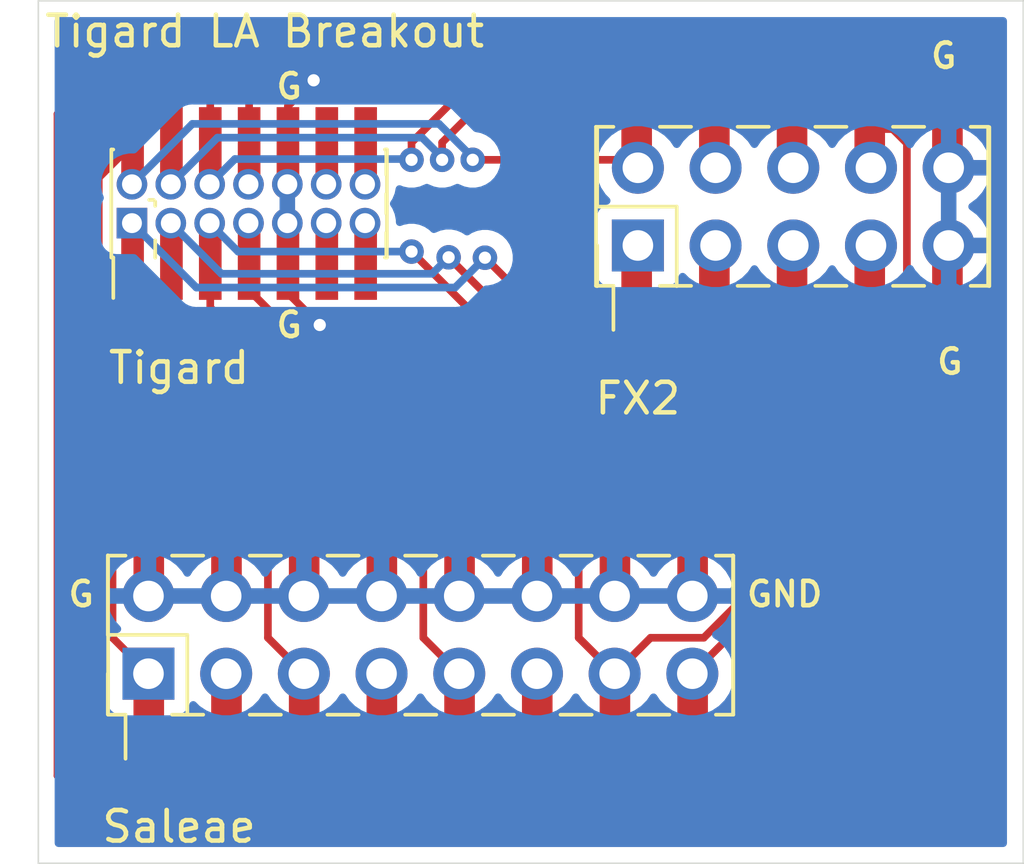
<source format=kicad_pcb>
(kicad_pcb (version 20171130) (host pcbnew 5.1.8+dfsg1-1+b1)

  (general
    (thickness 1.6)
    (drawings 11)
    (tracks 154)
    (zones 0)
    (modules 3)
    (nets 14)
  )

  (page A4)
  (layers
    (0 F.Cu signal)
    (31 B.Cu signal)
    (32 B.Adhes user)
    (33 F.Adhes user)
    (34 B.Paste user)
    (35 F.Paste user)
    (36 B.SilkS user)
    (37 F.SilkS user)
    (38 B.Mask user)
    (39 F.Mask user)
    (40 Dwgs.User user)
    (41 Cmts.User user)
    (42 Eco1.User user)
    (43 Eco2.User user)
    (44 Edge.Cuts user)
    (45 Margin user)
    (46 B.CrtYd user)
    (47 F.CrtYd user)
    (48 B.Fab user)
    (49 F.Fab user)
  )

  (setup
    (last_trace_width 0.25)
    (trace_clearance 0.2)
    (zone_clearance 0.508)
    (zone_45_only no)
    (trace_min 0.2)
    (via_size 0.8)
    (via_drill 0.4)
    (via_min_size 0.4)
    (via_min_drill 0.3)
    (uvia_size 0.3)
    (uvia_drill 0.1)
    (uvias_allowed no)
    (uvia_min_size 0.2)
    (uvia_min_drill 0.1)
    (edge_width 0.05)
    (segment_width 0.2)
    (pcb_text_width 0.3)
    (pcb_text_size 1.5 1.5)
    (mod_edge_width 0.12)
    (mod_text_size 1 1)
    (mod_text_width 0.15)
    (pad_size 1.524 1.524)
    (pad_drill 0.762)
    (pad_to_mask_clearance 0)
    (aux_axis_origin 0 0)
    (visible_elements FFFFFF7F)
    (pcbplotparams
      (layerselection 0x010fc_ffffffff)
      (usegerberextensions false)
      (usegerberattributes true)
      (usegerberadvancedattributes true)
      (creategerberjobfile true)
      (excludeedgelayer true)
      (linewidth 0.100000)
      (plotframeref false)
      (viasonmask false)
      (mode 1)
      (useauxorigin false)
      (hpglpennumber 1)
      (hpglpenspeed 20)
      (hpglpendiameter 15.000000)
      (psnegative false)
      (psa4output false)
      (plotreference true)
      (plotvalue true)
      (plotinvisibletext false)
      (padsonsilk false)
      (subtractmaskfromsilk false)
      (outputformat 1)
      (mirror false)
      (drillshape 0)
      (scaleselection 1)
      (outputdirectory "output/"))
  )

  (net 0 "")
  (net 1 /CH0)
  (net 2 /CH7)
  (net 3 /CH2)
  (net 4 /CH1)
  (net 5 "Net-(J1-Pad13)")
  (net 6 "Net-(J1-Pad14)")
  (net 7 "Net-(J1-Pad11)")
  (net 8 "Net-(J1-Pad12)")
  (net 9 /CH3)
  (net 10 /CH6)
  (net 11 GND)
  (net 12 /CH4)
  (net 13 /CH5)

  (net_class Default "This is the default net class."
    (clearance 0.2)
    (trace_width 0.25)
    (via_dia 0.8)
    (via_drill 0.4)
    (uvia_dia 0.3)
    (uvia_drill 0.1)
    (add_net /CH0)
    (add_net /CH1)
    (add_net /CH2)
    (add_net /CH3)
    (add_net /CH4)
    (add_net /CH5)
    (add_net /CH6)
    (add_net /CH7)
    (add_net GND)
    (add_net "Net-(J1-Pad11)")
    (add_net "Net-(J1-Pad12)")
    (add_net "Net-(J1-Pad13)")
    (add_net "Net-(J1-Pad14)")
  )

  (module Matir:PinHeader_2x08_P2.54mm_Both (layer F.Cu) (tedit 5FDFF3DD) (tstamp 5FE07F24)
    (at 145 62 90)
    (descr "Through hole straight pin header, 2x08, 2.54mm pitch, double rows")
    (tags "Through hole pin header THT 2x08 2.54mm double row")
    (path /5FE009E0)
    (fp_text reference J3 (at 1.5 -2.31 90) (layer F.Fab) hide
      (effects (font (size 1 1) (thickness 0.15)))
    )
    (fp_text value Saleae (at -5 1 180) (layer F.SilkS)
      (effects (font (size 1 1) (thickness 0.15)))
    )
    (fp_text user %R (at 1.26 8.9) (layer F.Fab)
      (effects (font (size 1 1) (thickness 0.15)))
    )
    (fp_text user %R (at 1.27 8.89) (layer F.Fab)
      (effects (font (size 1 1) (thickness 0.15)))
    )
    (fp_line (start 0 -1.27) (end 3.81 -1.27) (layer F.Fab) (width 0.1))
    (fp_line (start 3.81 -1.27) (end 3.81 19.05) (layer F.Fab) (width 0.1))
    (fp_line (start 3.81 19.05) (end -1.27 19.05) (layer F.Fab) (width 0.1))
    (fp_line (start -1.27 19.05) (end -1.27 0) (layer F.Fab) (width 0.1))
    (fp_line (start -1.27 0) (end 0 -1.27) (layer F.Fab) (width 0.1))
    (fp_line (start -1.33 19.11) (end 3.87 19.11) (layer F.SilkS) (width 0.12))
    (fp_line (start -1.33 1.27) (end 1.27 1.27) (layer F.SilkS) (width 0.12))
    (fp_line (start 1.27 1.27) (end 1.27 -1.33) (layer F.SilkS) (width 0.12))
    (fp_line (start 1.27 -1.33) (end 3.87 -1.33) (layer F.SilkS) (width 0.12))
    (fp_line (start -1.33 -1.33) (end 0 -1.33) (layer F.SilkS) (width 0.12))
    (fp_line (start -1.8 -1.8) (end -1.8 19.55) (layer F.CrtYd) (width 0.05))
    (fp_line (start -1.8 19.55) (end 4.35 19.55) (layer F.CrtYd) (width 0.05))
    (fp_line (start 4.35 19.55) (end 4.35 -1.8) (layer F.CrtYd) (width 0.05))
    (fp_line (start 4.35 -1.8) (end -1.8 -1.8) (layer F.CrtYd) (width 0.05))
    (fp_line (start 3.86 8.39) (end 3.86 9.41) (layer F.SilkS) (width 0.12))
    (fp_line (start 4.86 13.03) (end 3.8 13.03) (layer F.Fab) (width 0.1))
    (fp_line (start 4.86 12.39) (end 4.86 13.03) (layer F.Fab) (width 0.1))
    (fp_line (start 4.86 0.33) (end 3.8 0.33) (layer F.Fab) (width 0.1))
    (fp_line (start 4.86 -0.31) (end 4.86 0.33) (layer F.Fab) (width 0.1))
    (fp_line (start -1.34 5.85) (end -1.34 6.87) (layer F.SilkS) (width 0.12))
    (fp_line (start 3.86 5.85) (end 3.86 6.87) (layer F.SilkS) (width 0.12))
    (fp_line (start -4.64 -1.8) (end -4.64 19.6) (layer F.CrtYd) (width 0.05))
    (fp_line (start -2.34 14.93) (end -2.34 15.57) (layer F.Fab) (width 0.1))
    (fp_line (start -1.28 14.93) (end -2.34 14.93) (layer F.Fab) (width 0.1))
    (fp_line (start -2.34 7.31) (end -2.34 7.95) (layer F.Fab) (width 0.1))
    (fp_line (start -1.28 7.31) (end -2.34 7.31) (layer F.Fab) (width 0.1))
    (fp_line (start 3.8 19.06) (end -1.28 19.06) (layer F.Fab) (width 0.1))
    (fp_line (start -1.34 8.39) (end -1.34 9.41) (layer F.SilkS) (width 0.12))
    (fp_line (start 3.86 -1.32) (end 3.86 -0.75) (layer F.SilkS) (width 0.12))
    (fp_line (start 3.8 -0.31) (end 4.86 -0.31) (layer F.Fab) (width 0.1))
    (fp_line (start -2.34 0.33) (end -1.28 0.33) (layer F.Fab) (width 0.1))
    (fp_line (start 3.86 18.55) (end 3.86 19.12) (layer F.SilkS) (width 0.12))
    (fp_line (start -2.78 -0.75) (end -1.34 -0.75) (layer F.SilkS) (width 0.12))
    (fp_line (start 3.8 9.85) (end 4.86 9.85) (layer F.Fab) (width 0.1))
    (fp_line (start -2.34 10.49) (end -1.28 10.49) (layer F.Fab) (width 0.1))
    (fp_line (start -2.34 17.47) (end -2.34 18.11) (layer F.Fab) (width 0.1))
    (fp_line (start -1.28 17.47) (end -2.34 17.47) (layer F.Fab) (width 0.1))
    (fp_line (start 3.86 3.31) (end 3.86 4.33) (layer F.SilkS) (width 0.12))
    (fp_line (start -2.34 -0.31) (end -2.34 0.33) (layer F.Fab) (width 0.1))
    (fp_line (start -1.28 -0.31) (end -2.34 -0.31) (layer F.Fab) (width 0.1))
    (fp_line (start -1.34 3.31) (end -1.34 4.33) (layer F.SilkS) (width 0.12))
    (fp_line (start 4.86 15.57) (end 3.8 15.57) (layer F.Fab) (width 0.1))
    (fp_line (start 4.86 14.93) (end 4.86 15.57) (layer F.Fab) (width 0.1))
    (fp_line (start 3.86 16.01) (end 3.86 17.03) (layer F.SilkS) (width 0.12))
    (fp_line (start -2.34 12.39) (end -2.34 13.03) (layer F.Fab) (width 0.1))
    (fp_line (start -1.28 12.39) (end -2.34 12.39) (layer F.Fab) (width 0.1))
    (fp_line (start 3.86 10.93) (end 3.86 11.95) (layer F.SilkS) (width 0.12))
    (fp_line (start 3.86 13.47) (end 3.86 14.49) (layer F.SilkS) (width 0.12))
    (fp_line (start -1.34 18.55) (end -1.34 19.12) (layer F.SilkS) (width 0.12))
    (fp_line (start 3.8 14.93) (end 4.86 14.93) (layer F.Fab) (width 0.1))
    (fp_line (start -2.34 15.57) (end -1.28 15.57) (layer F.Fab) (width 0.1))
    (fp_line (start -1.34 0.77) (end -1.34 1.79) (layer F.SilkS) (width 0.12))
    (fp_line (start 3.8 7.31) (end 4.86 7.31) (layer F.Fab) (width 0.1))
    (fp_line (start -2.34 7.95) (end -1.28 7.95) (layer F.Fab) (width 0.1))
    (fp_line (start -1.34 19.12) (end 3.86 19.12) (layer F.SilkS) (width 0.12))
    (fp_line (start 4.86 5.41) (end 3.8 5.41) (layer F.Fab) (width 0.1))
    (fp_line (start 4.86 4.77) (end 4.86 5.41) (layer F.Fab) (width 0.1))
    (fp_line (start -2.34 4.77) (end -2.34 5.41) (layer F.Fab) (width 0.1))
    (fp_line (start -1.28 4.77) (end -2.34 4.77) (layer F.Fab) (width 0.1))
    (fp_line (start -1.34 -1.32) (end -1.34 -0.75) (layer F.SilkS) (width 0.12))
    (fp_line (start 3.8 2.23) (end 4.86 2.23) (layer F.Fab) (width 0.1))
    (fp_line (start -2.34 2.87) (end -1.28 2.87) (layer F.Fab) (width 0.1))
    (fp_line (start 4.86 17.47) (end 4.86 18.11) (layer F.Fab) (width 0.1))
    (fp_line (start -1.28 19.06) (end -1.28 -0.31) (layer F.Fab) (width 0.1))
    (fp_line (start -0.33 -1.26) (end 3.8 -1.26) (layer F.Fab) (width 0.1))
    (fp_line (start -2.34 2.23) (end -2.34 2.87) (layer F.Fab) (width 0.1))
    (fp_line (start -1.28 2.23) (end -2.34 2.23) (layer F.Fab) (width 0.1))
    (fp_line (start 4.86 18.11) (end 3.8 18.11) (layer F.Fab) (width 0.1))
    (fp_line (start 4.86 7.95) (end 3.8 7.95) (layer F.Fab) (width 0.1))
    (fp_line (start 4.86 7.31) (end 4.86 7.95) (layer F.Fab) (width 0.1))
    (fp_line (start -2.34 9.85) (end -2.34 10.49) (layer F.Fab) (width 0.1))
    (fp_line (start -1.28 9.85) (end -2.34 9.85) (layer F.Fab) (width 0.1))
    (fp_line (start 3.8 12.39) (end 4.86 12.39) (layer F.Fab) (width 0.1))
    (fp_line (start -2.34 13.03) (end -1.28 13.03) (layer F.Fab) (width 0.1))
    (fp_line (start -1.34 10.93) (end -1.34 11.95) (layer F.SilkS) (width 0.12))
    (fp_line (start 3.86 0.77) (end 3.86 1.79) (layer F.SilkS) (width 0.12))
    (fp_line (start 3.8 -1.26) (end 3.8 19.06) (layer F.Fab) (width 0.1))
    (fp_line (start -1.28 -0.31) (end -0.33 -1.26) (layer F.Fab) (width 0.1))
    (fp_line (start 4.86 10.49) (end 3.8 10.49) (layer F.Fab) (width 0.1))
    (fp_line (start 4.86 9.85) (end 4.86 10.49) (layer F.Fab) (width 0.1))
    (fp_line (start -1.34 13.47) (end -1.34 14.49) (layer F.SilkS) (width 0.12))
    (fp_line (start 4.86 2.87) (end 3.8 2.87) (layer F.Fab) (width 0.1))
    (fp_line (start 4.86 2.23) (end 4.86 2.87) (layer F.Fab) (width 0.1))
    (fp_line (start -1.34 -1.32) (end 3.86 -1.32) (layer F.SilkS) (width 0.12))
    (fp_line (start 3.8 17.47) (end 4.86 17.47) (layer F.Fab) (width 0.1))
    (fp_line (start -2.34 18.11) (end -1.28 18.11) (layer F.Fab) (width 0.1))
    (fp_line (start -1.34 16.01) (end -1.34 17.03) (layer F.SilkS) (width 0.12))
    (fp_line (start 3.8 4.77) (end 4.86 4.77) (layer F.Fab) (width 0.1))
    (fp_line (start -2.34 5.41) (end -1.28 5.41) (layer F.Fab) (width 0.1))
    (fp_line (start 7.16 19.6) (end 7.16 -1.8) (layer F.CrtYd) (width 0.05))
    (fp_line (start 7.16 -1.8) (end -4.64 -1.8) (layer F.CrtYd) (width 0.05))
    (fp_line (start -4.64 19.6) (end 7.16 19.6) (layer F.CrtYd) (width 0.05))
    (pad 13 smd rect (at -1.265 15.25 90) (size 3.15 1) (layers F.Cu F.Paste F.Mask)
      (net 10 /CH6))
    (pad 8 smd rect (at 3.785 7.63 90) (size 3.15 1) (layers F.Cu F.Paste F.Mask)
      (net 11 GND))
    (pad 12 smd rect (at 3.785 12.71 90) (size 3.15 1) (layers F.Cu F.Paste F.Mask)
      (net 11 GND))
    (pad 15 smd rect (at -1.265 17.79 90) (size 3.15 1) (layers F.Cu F.Paste F.Mask)
      (net 2 /CH7))
    (pad 14 smd rect (at 3.785 15.25 90) (size 3.15 1) (layers F.Cu F.Paste F.Mask)
      (net 11 GND))
    (pad 16 smd rect (at 3.785 17.79 90) (size 3.15 1) (layers F.Cu F.Paste F.Mask)
      (net 11 GND))
    (pad 7 smd rect (at -1.265 7.63 90) (size 3.15 1) (layers F.Cu F.Paste F.Mask)
      (net 9 /CH3))
    (pad 10 smd rect (at 3.785 10.17 90) (size 3.15 1) (layers F.Cu F.Paste F.Mask)
      (net 11 GND))
    (pad 11 smd rect (at -1.265 12.71 90) (size 3.15 1) (layers F.Cu F.Paste F.Mask)
      (net 13 /CH5))
    (pad 9 smd rect (at -1.265 10.17 90) (size 3.15 1) (layers F.Cu F.Paste F.Mask)
      (net 12 /CH4))
    (pad 6 smd rect (at 3.785 5.09 90) (size 3.15 1) (layers F.Cu F.Paste F.Mask)
      (net 11 GND))
    (pad 4 smd rect (at 3.785 2.55 90) (size 3.15 1) (layers F.Cu F.Paste F.Mask)
      (net 11 GND))
    (pad 3 smd rect (at -1.265 2.55 90) (size 3.15 1) (layers F.Cu F.Paste F.Mask)
      (net 4 /CH1))
    (pad 1 smd rect (at -1.265 0.01 90) (size 3.15 1) (layers F.Cu F.Paste F.Mask)
      (net 1 /CH0))
    (pad 2 smd rect (at 3.785 0.01 90) (size 3.15 1) (layers F.Cu F.Paste F.Mask)
      (net 11 GND))
    (pad 5 smd rect (at -1.265 5.09 90) (size 3.15 1) (layers F.Cu F.Paste F.Mask)
      (net 3 /CH2))
    (pad 1 thru_hole rect (at 0 0 90) (size 1.7 1.7) (drill 1) (layers *.Cu *.Mask)
      (net 1 /CH0))
    (pad 2 thru_hole oval (at 2.54 0 90) (size 1.7 1.7) (drill 1) (layers *.Cu *.Mask)
      (net 11 GND))
    (pad 3 thru_hole oval (at 0 2.54 90) (size 1.7 1.7) (drill 1) (layers *.Cu *.Mask)
      (net 4 /CH1))
    (pad 4 thru_hole oval (at 2.54 2.54 90) (size 1.7 1.7) (drill 1) (layers *.Cu *.Mask)
      (net 11 GND))
    (pad 5 thru_hole oval (at 0 5.08 90) (size 1.7 1.7) (drill 1) (layers *.Cu *.Mask)
      (net 3 /CH2))
    (pad 6 thru_hole oval (at 2.54 5.08 90) (size 1.7 1.7) (drill 1) (layers *.Cu *.Mask)
      (net 11 GND))
    (pad 7 thru_hole oval (at 0 7.62 90) (size 1.7 1.7) (drill 1) (layers *.Cu *.Mask)
      (net 9 /CH3))
    (pad 8 thru_hole oval (at 2.54 7.62 90) (size 1.7 1.7) (drill 1) (layers *.Cu *.Mask)
      (net 11 GND))
    (pad 9 thru_hole oval (at 0 10.16 90) (size 1.7 1.7) (drill 1) (layers *.Cu *.Mask)
      (net 12 /CH4))
    (pad 10 thru_hole oval (at 2.54 10.16 90) (size 1.7 1.7) (drill 1) (layers *.Cu *.Mask)
      (net 11 GND))
    (pad 11 thru_hole oval (at 0 12.7 90) (size 1.7 1.7) (drill 1) (layers *.Cu *.Mask)
      (net 13 /CH5))
    (pad 12 thru_hole oval (at 2.54 12.7 90) (size 1.7 1.7) (drill 1) (layers *.Cu *.Mask)
      (net 11 GND))
    (pad 13 thru_hole oval (at 0 15.24 90) (size 1.7 1.7) (drill 1) (layers *.Cu *.Mask)
      (net 10 /CH6))
    (pad 14 thru_hole oval (at 2.54 15.24 90) (size 1.7 1.7) (drill 1) (layers *.Cu *.Mask)
      (net 11 GND))
    (pad 15 thru_hole oval (at 0 17.78 90) (size 1.7 1.7) (drill 1) (layers *.Cu *.Mask)
      (net 2 /CH7))
    (pad 16 thru_hole oval (at 2.54 17.78 90) (size 1.7 1.7) (drill 1) (layers *.Cu *.Mask)
      (net 11 GND))
    (model ${KISYS3DMOD}/Connector_PinHeader_2.54mm.3dshapes/PinHeader_2x08_P2.54mm_Vertical.wrl
      (at (xyz 0 0 0))
      (scale (xyz 1 1 1))
      (rotate (xyz 0 0 0))
    )
  )

  (module Matir:PinHeader_2x05_P2.54mm_Both (layer F.Cu) (tedit 5FDFF349) (tstamp 5FE06BA0)
    (at 161 48 90)
    (descr "Through hole straight pin header, 2x05, 2.54mm pitch, double rows")
    (tags "Through hole pin header THT 2x05 2.54mm double row")
    (path /5FDFFF50)
    (fp_text reference J2 (at 1.27 -2.33 90) (layer F.Fab) hide
      (effects (font (size 1 1) (thickness 0.15)))
    )
    (fp_text value FX2 (at -5 0 180) (layer F.SilkS)
      (effects (font (size 1 1) (thickness 0.15)))
    )
    (fp_text user %R (at 1.28 5.04) (layer F.Fab)
      (effects (font (size 1 1) (thickness 0.15)))
    )
    (fp_text user %R (at 1.27 5.08) (layer F.Fab)
      (effects (font (size 1 1) (thickness 0.15)))
    )
    (fp_line (start 0 -1.27) (end 3.81 -1.27) (layer F.Fab) (width 0.1))
    (fp_line (start 3.81 -1.27) (end 3.81 11.43) (layer F.Fab) (width 0.1))
    (fp_line (start 3.81 11.43) (end -1.27 11.43) (layer F.Fab) (width 0.1))
    (fp_line (start -1.27 11.43) (end -1.27 0) (layer F.Fab) (width 0.1))
    (fp_line (start -1.27 0) (end 0 -1.27) (layer F.Fab) (width 0.1))
    (fp_line (start -1.33 11.49) (end 3.87 11.49) (layer F.SilkS) (width 0.12))
    (fp_line (start -1.33 1.27) (end 1.27 1.27) (layer F.SilkS) (width 0.12))
    (fp_line (start 1.27 1.27) (end 1.27 -1.33) (layer F.SilkS) (width 0.12))
    (fp_line (start 1.27 -1.33) (end 3.87 -1.33) (layer F.SilkS) (width 0.12))
    (fp_line (start -1.33 -1.33) (end 0 -1.33) (layer F.SilkS) (width 0.12))
    (fp_line (start -1.8 -1.8) (end -1.8 11.95) (layer F.CrtYd) (width 0.05))
    (fp_line (start -1.8 11.95) (end 4.35 11.95) (layer F.CrtYd) (width 0.05))
    (fp_line (start 4.35 11.95) (end 4.35 -1.8) (layer F.CrtYd) (width 0.05))
    (fp_line (start 4.35 -1.8) (end -1.8 -1.8) (layer F.CrtYd) (width 0.05))
    (fp_line (start -2.32 -0.36) (end -2.32 0.28) (layer F.Fab) (width 0.1))
    (fp_line (start -1.26 -0.36) (end -2.32 -0.36) (layer F.Fab) (width 0.1))
    (fp_line (start -1.32 -1.37) (end -1.32 -0.8) (layer F.SilkS) (width 0.12))
    (fp_line (start -1.32 0.72) (end -1.32 1.74) (layer F.SilkS) (width 0.12))
    (fp_line (start -2.32 2.18) (end -2.32 2.82) (layer F.Fab) (width 0.1))
    (fp_line (start -1.26 2.18) (end -2.32 2.18) (layer F.Fab) (width 0.1))
    (fp_line (start -1.32 3.26) (end -1.32 4.28) (layer F.SilkS) (width 0.12))
    (fp_line (start -2.32 7.9) (end -1.26 7.9) (layer F.Fab) (width 0.1))
    (fp_line (start 3.82 2.18) (end 4.88 2.18) (layer F.Fab) (width 0.1))
    (fp_line (start -2.32 2.82) (end -1.26 2.82) (layer F.Fab) (width 0.1))
    (fp_line (start 4.88 2.82) (end 3.82 2.82) (layer F.Fab) (width 0.1))
    (fp_line (start 4.88 2.18) (end 4.88 2.82) (layer F.Fab) (width 0.1))
    (fp_line (start 4.88 4.72) (end 4.88 5.36) (layer F.Fab) (width 0.1))
    (fp_line (start -2.32 9.8) (end -2.32 10.44) (layer F.Fab) (width 0.1))
    (fp_line (start -1.26 7.26) (end -2.32 7.26) (layer F.Fab) (width 0.1))
    (fp_line (start 3.82 9.8) (end 4.88 9.8) (layer F.Fab) (width 0.1))
    (fp_line (start -2.32 10.44) (end -1.26 10.44) (layer F.Fab) (width 0.1))
    (fp_line (start -1.32 11.45) (end 3.88 11.45) (layer F.SilkS) (width 0.12))
    (fp_line (start 3.82 -0.36) (end 4.88 -0.36) (layer F.Fab) (width 0.1))
    (fp_line (start -2.32 0.28) (end -1.26 0.28) (layer F.Fab) (width 0.1))
    (fp_line (start 3.88 10.88) (end 3.88 11.45) (layer F.SilkS) (width 0.12))
    (fp_line (start -2.32 4.72) (end -2.32 5.36) (layer F.Fab) (width 0.1))
    (fp_line (start 3.88 5.8) (end 3.88 6.82) (layer F.SilkS) (width 0.12))
    (fp_line (start 4.88 7.26) (end 4.88 7.9) (layer F.Fab) (width 0.1))
    (fp_line (start -2.32 5.36) (end -1.26 5.36) (layer F.Fab) (width 0.1))
    (fp_line (start 7.18 -1.81) (end -4.62 -1.81) (layer F.CrtYd) (width 0.05))
    (fp_line (start -1.26 4.72) (end -2.32 4.72) (layer F.Fab) (width 0.1))
    (fp_line (start 3.88 8.34) (end 3.88 9.36) (layer F.SilkS) (width 0.12))
    (fp_line (start 4.88 0.28) (end 3.82 0.28) (layer F.Fab) (width 0.1))
    (fp_line (start 4.88 -0.36) (end 4.88 0.28) (layer F.Fab) (width 0.1))
    (fp_line (start 3.88 -1.37) (end 3.88 -0.8) (layer F.SilkS) (width 0.12))
    (fp_line (start -1.32 10.88) (end -1.32 11.45) (layer F.SilkS) (width 0.12))
    (fp_line (start 4.88 9.8) (end 4.88 10.44) (layer F.Fab) (width 0.1))
    (fp_line (start 3.82 7.26) (end 4.88 7.26) (layer F.Fab) (width 0.1))
    (fp_line (start -1.32 -1.37) (end 3.88 -1.37) (layer F.SilkS) (width 0.12))
    (fp_line (start 3.88 3.26) (end 3.88 4.28) (layer F.SilkS) (width 0.12))
    (fp_line (start -1.26 11.39) (end -1.26 -0.36) (layer F.Fab) (width 0.1))
    (fp_line (start -0.31 -1.31) (end 3.82 -1.31) (layer F.Fab) (width 0.1))
    (fp_line (start 3.82 11.39) (end -1.26 11.39) (layer F.Fab) (width 0.1))
    (fp_line (start 4.88 5.36) (end 3.82 5.36) (layer F.Fab) (width 0.1))
    (fp_line (start -1.26 9.8) (end -2.32 9.8) (layer F.Fab) (width 0.1))
    (fp_line (start -4.62 -1.81) (end -4.62 11.89) (layer F.CrtYd) (width 0.05))
    (fp_line (start 3.82 -1.31) (end 3.82 11.39) (layer F.Fab) (width 0.1))
    (fp_line (start -1.26 -0.36) (end -0.31 -1.31) (layer F.Fab) (width 0.1))
    (fp_line (start -2.32 7.26) (end -2.32 7.9) (layer F.Fab) (width 0.1))
    (fp_line (start -1.32 8.34) (end -1.32 9.36) (layer F.SilkS) (width 0.12))
    (fp_line (start 4.88 10.44) (end 3.82 10.44) (layer F.Fab) (width 0.1))
    (fp_line (start -1.32 5.8) (end -1.32 6.82) (layer F.SilkS) (width 0.12))
    (fp_line (start 3.88 0.72) (end 3.88 1.74) (layer F.SilkS) (width 0.12))
    (fp_line (start -2.76 -0.8) (end -1.32 -0.8) (layer F.SilkS) (width 0.12))
    (fp_line (start 3.82 4.72) (end 4.88 4.72) (layer F.Fab) (width 0.1))
    (fp_line (start 4.88 7.9) (end 3.82 7.9) (layer F.Fab) (width 0.1))
    (fp_line (start 7.18 11.89) (end 7.18 -1.81) (layer F.CrtYd) (width 0.05))
    (fp_line (start -4.62 11.89) (end 7.18 11.89) (layer F.CrtYd) (width 0.05))
    (pad 9 smd rect (at -1.245 10.12 90) (size 3.15 1) (layers F.Cu F.Paste F.Mask)
      (net 11 GND))
    (pad 8 smd rect (at 3.805 7.58 90) (size 3.15 1) (layers F.Cu F.Paste F.Mask)
      (net 2 /CH7))
    (pad 10 smd rect (at 3.805 10.12 90) (size 3.15 1) (layers F.Cu F.Paste F.Mask)
      (net 11 GND))
    (pad 7 smd rect (at -1.245 7.58 90) (size 3.15 1) (layers F.Cu F.Paste F.Mask)
      (net 10 /CH6))
    (pad 3 smd rect (at -1.245 2.5 90) (size 3.15 1) (layers F.Cu F.Paste F.Mask)
      (net 3 /CH2))
    (pad 4 smd rect (at 3.805 2.5 90) (size 3.15 1) (layers F.Cu F.Paste F.Mask)
      (net 9 /CH3))
    (pad 5 smd rect (at -1.245 5.04 90) (size 3.15 1) (layers F.Cu F.Paste F.Mask)
      (net 12 /CH4))
    (pad 2 smd rect (at 3.805 -0.04 90) (size 3.15 1) (layers F.Cu F.Paste F.Mask)
      (net 4 /CH1))
    (pad 6 smd rect (at 3.805 5.04 90) (size 3.15 1) (layers F.Cu F.Paste F.Mask)
      (net 13 /CH5))
    (pad 1 smd rect (at -1.245 -0.04 90) (size 3.15 1) (layers F.Cu F.Paste F.Mask)
      (net 1 /CH0))
    (pad 1 thru_hole rect (at 0 0 90) (size 1.7 1.7) (drill 1) (layers *.Cu *.Mask)
      (net 1 /CH0))
    (pad 2 thru_hole oval (at 2.54 0 90) (size 1.7 1.7) (drill 1) (layers *.Cu *.Mask)
      (net 4 /CH1))
    (pad 3 thru_hole oval (at 0 2.54 90) (size 1.7 1.7) (drill 1) (layers *.Cu *.Mask)
      (net 3 /CH2))
    (pad 4 thru_hole oval (at 2.54 2.54 90) (size 1.7 1.7) (drill 1) (layers *.Cu *.Mask)
      (net 9 /CH3))
    (pad 5 thru_hole oval (at 0 5.08 90) (size 1.7 1.7) (drill 1) (layers *.Cu *.Mask)
      (net 12 /CH4))
    (pad 6 thru_hole oval (at 2.54 5.08 90) (size 1.7 1.7) (drill 1) (layers *.Cu *.Mask)
      (net 13 /CH5))
    (pad 7 thru_hole oval (at 0 7.62 90) (size 1.7 1.7) (drill 1) (layers *.Cu *.Mask)
      (net 10 /CH6))
    (pad 8 thru_hole oval (at 2.54 7.62 90) (size 1.7 1.7) (drill 1) (layers *.Cu *.Mask)
      (net 2 /CH7))
    (pad 9 thru_hole oval (at 0 10.16 90) (size 1.7 1.7) (drill 1) (layers *.Cu *.Mask)
      (net 11 GND))
    (pad 10 thru_hole oval (at 2.54 10.16 90) (size 1.7 1.7) (drill 1) (layers *.Cu *.Mask)
      (net 11 GND))
    (model ${KISYS3DMOD}/Connector_PinHeader_2.54mm.3dshapes/PinHeader_2x05_P2.54mm_Vertical.wrl
      (at (xyz 0 0 0))
      (scale (xyz 1 1 1))
      (rotate (xyz 0 0 0))
    )
  )

  (module Matir:PinHeader_2x07_P1.27mm_Both (layer F.Cu) (tedit 5FDFF197) (tstamp 5FE06B41)
    (at 140.396 46.508 90)
    (path /5FDFEE03)
    (fp_text reference J1 (at 0.05 13.91 90) (layer F.Fab) hide
      (effects (font (size 1 1) (thickness 0.15)))
    )
    (fp_text value Tigard (at -5.492 5.604 180) (layer F.SilkS)
      (effects (font (size 1 1) (thickness 0.15)))
    )
    (fp_line (start 2.088 12.864) (end 2.088 2.914) (layer F.CrtYd) (width 0.05))
    (fp_line (start -2.362 12.864) (end 2.088 12.864) (layer F.CrtYd) (width 0.05))
    (fp_line (start -1.832 4.2815) (end -0.9795 3.429) (layer F.Fab) (width 0.1))
    (fp_line (start 2.088 2.914) (end -2.362 2.914) (layer F.CrtYd) (width 0.05))
    (fp_line (start -1.892 12.379) (end -1.06953 12.379) (layer F.SilkS) (width 0.12))
    (fp_line (start -1.892 4.824) (end -1.325471 4.824) (layer F.SilkS) (width 0.12))
    (fp_line (start -0.9795 3.429) (end 1.578 3.429) (layer F.Fab) (width 0.1))
    (fp_line (start -1.832 12.319) (end -1.832 4.2815) (layer F.Fab) (width 0.1))
    (fp_line (start -0.198529 4.824) (end -0.055471 4.824) (layer F.SilkS) (width 0.12))
    (fp_line (start 1.578 12.319) (end -1.832 12.319) (layer F.Fab) (width 0.1))
    (fp_line (start -2.362 2.914) (end -2.362 12.864) (layer F.CrtYd) (width 0.05))
    (fp_line (start 0.81553 12.379) (end 1.638 12.379) (layer F.SilkS) (width 0.12))
    (fp_line (start 1.578 3.429) (end 1.578 12.319) (layer F.Fab) (width 0.1))
    (fp_line (start -0.45447 12.379) (end 0.20047 12.379) (layer F.SilkS) (width 0.12))
    (fp_line (start -0.002 4.770529) (end -0.002 4.627471) (layer F.SilkS) (width 0.12))
    (fp_line (start 1.645 12.334) (end 1.645 12.399) (layer F.SilkS) (width 0.12))
    (fp_line (start -2.87 6.424) (end -2.87 6.824) (layer F.Fab) (width 0.1))
    (fp_line (start -1.825 6.424) (end -2.87 6.424) (layer F.Fab) (width 0.1))
    (fp_line (start 2.63 5.554) (end 1.585 5.554) (layer F.Fab) (width 0.1))
    (fp_line (start 2.63 5.154) (end 2.63 5.554) (layer F.Fab) (width 0.1))
    (fp_line (start 1.585 5.154) (end 2.63 5.154) (layer F.Fab) (width 0.1))
    (fp_line (start -4.42 2.944) (end -4.42 12.844) (layer F.CrtYd) (width 0.05))
    (fp_line (start -1.885 12.399) (end 1.645 12.399) (layer F.SilkS) (width 0.12))
    (fp_line (start -3.21 3.454) (end -1.885 3.454) (layer F.SilkS) (width 0.12))
    (fp_line (start -1.885 3.389) (end 1.645 3.389) (layer F.SilkS) (width 0.12))
    (fp_line (start 2.63 11.904) (end 1.585 11.904) (layer F.Fab) (width 0.1))
    (fp_line (start 2.63 11.504) (end 2.63 11.904) (layer F.Fab) (width 0.1))
    (fp_line (start 1.585 11.504) (end 2.63 11.504) (layer F.Fab) (width 0.1))
    (fp_line (start 1.645 3.389) (end 1.645 3.454) (layer F.SilkS) (width 0.12))
    (fp_line (start 4.18 2.944) (end -4.42 2.944) (layer F.CrtYd) (width 0.05))
    (fp_line (start 4.18 12.844) (end 4.18 2.944) (layer F.CrtYd) (width 0.05))
    (fp_line (start 1.585 10.234) (end 2.63 10.234) (layer F.Fab) (width 0.1))
    (fp_line (start -2.87 10.634) (end -1.825 10.634) (layer F.Fab) (width 0.1))
    (fp_line (start -2.87 10.234) (end -2.87 10.634) (layer F.Fab) (width 0.1))
    (fp_line (start -1.825 10.234) (end -2.87 10.234) (layer F.Fab) (width 0.1))
    (fp_line (start 2.63 9.364) (end 1.585 9.364) (layer F.Fab) (width 0.1))
    (fp_line (start -2.87 11.904) (end -1.825 11.904) (layer F.Fab) (width 0.1))
    (fp_line (start -2.87 11.504) (end -2.87 11.904) (layer F.Fab) (width 0.1))
    (fp_line (start -1.825 11.504) (end -2.87 11.504) (layer F.Fab) (width 0.1))
    (fp_line (start 2.63 10.634) (end 1.585 10.634) (layer F.Fab) (width 0.1))
    (fp_line (start 2.63 10.234) (end 2.63 10.634) (layer F.Fab) (width 0.1))
    (fp_line (start 2.63 8.964) (end 2.63 9.364) (layer F.Fab) (width 0.1))
    (fp_line (start 1.585 8.964) (end 2.63 8.964) (layer F.Fab) (width 0.1))
    (fp_line (start -2.87 9.364) (end -1.825 9.364) (layer F.Fab) (width 0.1))
    (fp_line (start -2.87 8.964) (end -2.87 9.364) (layer F.Fab) (width 0.1))
    (fp_line (start -1.825 8.964) (end -2.87 8.964) (layer F.Fab) (width 0.1))
    (fp_line (start -1.885 3.389) (end -1.885 3.454) (layer F.SilkS) (width 0.12))
    (fp_line (start 2.63 8.094) (end 1.585 8.094) (layer F.Fab) (width 0.1))
    (fp_line (start 2.63 7.694) (end 2.63 8.094) (layer F.Fab) (width 0.1))
    (fp_line (start 1.585 7.694) (end 2.63 7.694) (layer F.Fab) (width 0.1))
    (fp_line (start -2.87 8.094) (end -1.825 8.094) (layer F.Fab) (width 0.1))
    (fp_line (start -2.87 7.694) (end -2.87 8.094) (layer F.Fab) (width 0.1))
    (fp_line (start -1.825 7.694) (end -2.87 7.694) (layer F.Fab) (width 0.1))
    (fp_line (start 2.63 6.824) (end 1.585 6.824) (layer F.Fab) (width 0.1))
    (fp_line (start 2.63 6.424) (end 2.63 6.824) (layer F.Fab) (width 0.1))
    (fp_line (start 1.585 6.424) (end 2.63 6.424) (layer F.Fab) (width 0.1))
    (fp_line (start -2.87 6.824) (end -1.825 6.824) (layer F.Fab) (width 0.1))
    (fp_line (start -2.87 5.554) (end -1.825 5.554) (layer F.Fab) (width 0.1))
    (fp_line (start -2.87 5.154) (end -2.87 5.554) (layer F.Fab) (width 0.1))
    (fp_line (start -1.825 5.154) (end -2.87 5.154) (layer F.Fab) (width 0.1))
    (fp_line (start 2.63 4.284) (end 1.585 4.284) (layer F.Fab) (width 0.1))
    (fp_line (start 2.63 3.884) (end 2.63 4.284) (layer F.Fab) (width 0.1))
    (fp_line (start 1.585 3.884) (end 2.63 3.884) (layer F.Fab) (width 0.1))
    (fp_line (start -2.87 4.284) (end -1.825 4.284) (layer F.Fab) (width 0.1))
    (fp_line (start -2.87 3.884) (end -2.87 4.284) (layer F.Fab) (width 0.1))
    (fp_line (start -1.825 3.884) (end -2.87 3.884) (layer F.Fab) (width 0.1))
    (fp_line (start -1.885 12.334) (end -1.885 12.399) (layer F.SilkS) (width 0.12))
    (fp_line (start -4.42 12.844) (end 4.18 12.844) (layer F.CrtYd) (width 0.05))
    (fp_line (start -1.825 3.884) (end -1.39 3.449) (layer F.Fab) (width 0.1))
    (fp_line (start -1.825 12.339) (end -1.825 3.884) (layer F.Fab) (width 0.1))
    (fp_line (start -1.39 3.449) (end 1.585 3.449) (layer F.Fab) (width 0.1))
    (fp_line (start 1.585 12.339) (end -1.825 12.339) (layer F.Fab) (width 0.1))
    (pad 1 smd rect (at -2.07 4.084 90) (size 2.4 0.74) (layers F.Cu F.Paste F.Mask)
      (net 1 /CH0))
    (pad 8 smd rect (at 1.83 7.894 90) (size 2.4 0.74) (layers F.Cu F.Paste F.Mask)
      (net 2 /CH7))
    (pad 3 smd rect (at -2.07 5.354 90) (size 2.4 0.74) (layers F.Cu F.Paste F.Mask)
      (net 3 /CH2))
    (pad 2 smd rect (at 1.83 4.084 90) (size 2.4 0.74) (layers F.Cu F.Paste F.Mask)
      (net 4 /CH1))
    (pad 13 smd rect (at -2.07 11.704 90) (size 2.4 0.74) (layers F.Cu F.Paste F.Mask)
      (net 5 "Net-(J1-Pad13)"))
    (pad 14 smd rect (at 1.83 11.704 90) (size 2.4 0.74) (layers F.Cu F.Paste F.Mask)
      (net 6 "Net-(J1-Pad14)"))
    (pad 11 smd rect (at -2.07 10.434 90) (size 2.4 0.74) (layers F.Cu F.Paste F.Mask)
      (net 7 "Net-(J1-Pad11)"))
    (pad 12 smd rect (at 1.83 10.434 90) (size 2.4 0.74) (layers F.Cu F.Paste F.Mask)
      (net 8 "Net-(J1-Pad12)"))
    (pad 4 smd rect (at 1.83 5.354 90) (size 2.4 0.74) (layers F.Cu F.Paste F.Mask)
      (net 9 /CH3))
    (pad 7 smd rect (at -2.07 7.894 90) (size 2.4 0.74) (layers F.Cu F.Paste F.Mask)
      (net 10 /CH6))
    (pad 9 smd rect (at -2.07 9.164 90) (size 2.4 0.74) (layers F.Cu F.Paste F.Mask)
      (net 11 GND))
    (pad 10 smd rect (at 1.83 9.164 90) (size 2.4 0.74) (layers F.Cu F.Paste F.Mask)
      (net 11 GND))
    (pad 5 smd rect (at -2.07 6.624 90) (size 2.4 0.74) (layers F.Cu F.Paste F.Mask)
      (net 12 /CH4))
    (pad 6 smd rect (at 1.83 6.624 90) (size 2.4 0.74) (layers F.Cu F.Paste F.Mask)
      (net 13 /CH5))
    (pad 8 thru_hole oval (at 0.508 7.874 90) (size 1 1) (drill 0.65) (layers *.Cu *.Mask)
      (net 2 /CH7))
    (pad 14 thru_hole oval (at 0.508 11.684 90) (size 1 1) (drill 0.65) (layers *.Cu *.Mask)
      (net 6 "Net-(J1-Pad14)"))
    (pad 13 thru_hole oval (at -0.762 11.684 90) (size 1 1) (drill 0.65) (layers *.Cu *.Mask)
      (net 5 "Net-(J1-Pad13)"))
    (pad 12 thru_hole oval (at 0.508 10.414 90) (size 1 1) (drill 0.65) (layers *.Cu *.Mask)
      (net 8 "Net-(J1-Pad12)"))
    (pad 11 thru_hole oval (at -0.762 10.414 90) (size 1 1) (drill 0.65) (layers *.Cu *.Mask)
      (net 7 "Net-(J1-Pad11)"))
    (pad 9 thru_hole oval (at -0.762 9.144 90) (size 1 1) (drill 0.65) (layers *.Cu *.Mask)
      (net 11 GND))
    (pad 10 thru_hole oval (at 0.508 9.144 90) (size 1 1) (drill 0.65) (layers *.Cu *.Mask)
      (net 11 GND))
    (pad 7 thru_hole oval (at -0.762 7.874 90) (size 1 1) (drill 0.65) (layers *.Cu *.Mask)
      (net 10 /CH6))
    (pad 1 thru_hole rect (at -0.762 4.064 90) (size 1 1) (drill 0.65) (layers *.Cu *.Mask)
      (net 1 /CH0))
    (pad 6 thru_hole oval (at 0.508 6.604 90) (size 1 1) (drill 0.65) (layers *.Cu *.Mask)
      (net 13 /CH5))
    (pad 5 thru_hole oval (at -0.762 6.604 90) (size 1 1) (drill 0.65) (layers *.Cu *.Mask)
      (net 12 /CH4))
    (pad 4 thru_hole oval (at 0.508 5.334 90) (size 1 1) (drill 0.65) (layers *.Cu *.Mask)
      (net 9 /CH3))
    (pad 2 thru_hole oval (at 0.508 4.064 90) (size 1 1) (drill 0.65) (layers *.Cu *.Mask)
      (net 4 /CH1))
    (pad 3 thru_hole oval (at -0.762 5.334 90) (size 1 1) (drill 0.65) (layers *.Cu *.Mask)
      (net 3 /CH2))
  )

  (gr_text G (at 142.8 59.4) (layer F.SilkS) (tstamp 5FE08245)
    (effects (font (size 0.8 0.8) (thickness 0.15)))
  )
  (gr_text GND (at 165.8 59.4) (layer F.SilkS)
    (effects (font (size 0.8 0.8) (thickness 0.15)))
  )
  (gr_text G (at 171 41.8) (layer F.SilkS) (tstamp 5FE081DE)
    (effects (font (size 0.8 0.8) (thickness 0.15)))
  )
  (gr_text G (at 171.2 51.8) (layer F.SilkS) (tstamp 5FE081DC)
    (effects (font (size 0.8 0.8) (thickness 0.15)))
  )
  (gr_text G (at 149.6 50.6) (layer F.SilkS) (tstamp 5FE081DA)
    (effects (font (size 0.8 0.8) (thickness 0.15)))
  )
  (gr_text G (at 149.6 42.8) (layer F.SilkS)
    (effects (font (size 0.8 0.8) (thickness 0.15)))
  )
  (gr_text "Tigard LA Breakout" (at 148.8 41) (layer F.SilkS)
    (effects (font (size 1 1) (thickness 0.15)))
  )
  (gr_line (start 173.6 40) (end 141.4 40) (layer Edge.Cuts) (width 0.05) (tstamp 5FE0816E))
  (gr_line (start 173.6 68.2) (end 173.6 40) (layer Edge.Cuts) (width 0.05))
  (gr_line (start 141.4 68.2) (end 173.6 68.2) (layer Edge.Cuts) (width 0.05))
  (gr_line (start 141.4 40) (end 141.4 68.2) (layer Edge.Cuts) (width 0.05))

  (segment (start 144.46 48.558) (end 144.48 48.578) (width 0.25) (layer F.Cu) (net 1))
  (segment (start 144.46 47.27) (end 144.46 48.558) (width 0.25) (layer F.Cu) (net 1))
  (segment (start 143.824999 60.824999) (end 145 62) (width 0.25) (layer F.Cu) (net 1))
  (segment (start 143.824999 49.233001) (end 143.824999 60.824999) (width 0.25) (layer F.Cu) (net 1))
  (segment (start 144.48 48.578) (end 143.824999 49.233001) (width 0.25) (layer F.Cu) (net 1))
  (via (at 156 48.4) (size 0.8) (drill 0.4) (layers F.Cu B.Cu) (net 1))
  (segment (start 155.024989 49.375011) (end 156 48.4) (width 0.25) (layer B.Cu) (net 1))
  (segment (start 146.565011 49.375011) (end 155.024989 49.375011) (width 0.25) (layer B.Cu) (net 1))
  (segment (start 144.46 47.27) (end 146.565011 49.375011) (width 0.25) (layer B.Cu) (net 1))
  (segment (start 156 48.4) (end 159 51.4) (width 0.25) (layer F.Cu) (net 1))
  (segment (start 159 51.4) (end 160.4 51.4) (width 0.25) (layer F.Cu) (net 1))
  (segment (start 160.96 50.84) (end 160.96 49.245) (width 0.25) (layer F.Cu) (net 1))
  (segment (start 160.4 51.4) (end 160.96 50.84) (width 0.25) (layer F.Cu) (net 1))
  (segment (start 148.27 44.698) (end 148.29 44.678) (width 0.25) (layer F.Cu) (net 2))
  (segment (start 148.27 46) (end 148.27 44.698) (width 0.25) (layer F.Cu) (net 2))
  (segment (start 159.539969 66.515031) (end 162.79 63.265) (width 0.25) (layer F.Cu) (net 2))
  (segment (start 143.205801 66.515031) (end 159.539969 66.515031) (width 0.25) (layer F.Cu) (net 2))
  (segment (start 142.024963 65.334193) (end 143.205801 66.515031) (width 0.25) (layer F.Cu) (net 2))
  (segment (start 142.024962 43.705218) (end 142.024963 65.334193) (width 0.25) (layer F.Cu) (net 2))
  (segment (start 143.477197 42.252981) (end 142.024962 43.705218) (width 0.25) (layer F.Cu) (net 2))
  (segment (start 148.29 43.228) (end 147.31498 42.25298) (width 0.25) (layer F.Cu) (net 2))
  (segment (start 147.31498 42.25298) (end 143.477197 42.252981) (width 0.25) (layer F.Cu) (net 2))
  (segment (start 148.29 44.678) (end 148.29 43.228) (width 0.25) (layer F.Cu) (net 2))
  (segment (start 169.795001 54.984999) (end 162.78 62) (width 0.25) (layer F.Cu) (net 2))
  (segment (start 169.795001 44.660001) (end 169.795001 54.984999) (width 0.25) (layer F.Cu) (net 2))
  (segment (start 169.33 44.195) (end 169.795001 44.660001) (width 0.25) (layer F.Cu) (net 2))
  (segment (start 168.58 44.195) (end 169.33 44.195) (width 0.25) (layer F.Cu) (net 2))
  (segment (start 145.73 48.558) (end 145.75 48.578) (width 0.25) (layer F.Cu) (net 3))
  (segment (start 145.73 47.27) (end 145.73 48.558) (width 0.25) (layer F.Cu) (net 3))
  (segment (start 148.904999 60.824999) (end 150.08 62) (width 0.25) (layer F.Cu) (net 3))
  (segment (start 148.904999 56.909997) (end 148.904999 60.824999) (width 0.25) (layer F.Cu) (net 3))
  (segment (start 145.73 53.734998) (end 148.904999 56.909997) (width 0.25) (layer F.Cu) (net 3))
  (segment (start 145.73 47.27) (end 145.73 53.734998) (width 0.25) (layer F.Cu) (net 3))
  (via (at 154.812653 48.387347) (size 0.8) (drill 0.4) (layers F.Cu B.Cu) (net 3))
  (segment (start 154.274999 48.925001) (end 154.812653 48.387347) (width 0.25) (layer B.Cu) (net 3))
  (segment (start 147.385001 48.925001) (end 154.274999 48.925001) (width 0.25) (layer B.Cu) (net 3))
  (segment (start 145.73 47.27) (end 147.385001 48.925001) (width 0.25) (layer B.Cu) (net 3))
  (segment (start 154.812653 48.387347) (end 158.425306 52) (width 0.25) (layer F.Cu) (net 3))
  (segment (start 158.425306 52) (end 163 52) (width 0.25) (layer F.Cu) (net 3))
  (segment (start 163.5 51.5) (end 163.5 49.245) (width 0.25) (layer F.Cu) (net 3))
  (segment (start 163 52) (end 163.5 51.5) (width 0.25) (layer F.Cu) (net 3))
  (segment (start 144.46 44.698) (end 144.48 44.678) (width 0.25) (layer F.Cu) (net 4))
  (segment (start 144.46 46) (end 144.46 44.698) (width 0.25) (layer F.Cu) (net 4))
  (segment (start 143.37499 45.78301) (end 143.37499 64.77499) (width 0.25) (layer F.Cu) (net 4))
  (segment (start 144.48 44.678) (end 143.37499 45.78301) (width 0.25) (layer F.Cu) (net 4))
  (segment (start 143.765001 65.165001) (end 145.649999 65.165001) (width 0.25) (layer F.Cu) (net 4))
  (segment (start 145.649999 65.165001) (end 147.55 63.265) (width 0.25) (layer F.Cu) (net 4))
  (segment (start 143.37499 64.77499) (end 143.765001 65.165001) (width 0.25) (layer F.Cu) (net 4))
  (via (at 155.6 45.2) (size 0.8) (drill 0.4) (layers F.Cu B.Cu) (net 4))
  (segment (start 155.6 45.126998) (end 155.6 45.2) (width 0.25) (layer B.Cu) (net 4))
  (segment (start 154.497992 44.02499) (end 155.6 45.126998) (width 0.25) (layer B.Cu) (net 4))
  (segment (start 146.43501 44.02499) (end 154.497992 44.02499) (width 0.25) (layer B.Cu) (net 4))
  (segment (start 144.46 46) (end 146.43501 44.02499) (width 0.25) (layer B.Cu) (net 4))
  (segment (start 160.74 45.2) (end 161 45.46) (width 0.25) (layer F.Cu) (net 4))
  (segment (start 155.6 45.2) (end 160.74 45.2) (width 0.25) (layer F.Cu) (net 4))
  (segment (start 152.08 48.558) (end 152.1 48.578) (width 0.25) (layer F.Cu) (net 5))
  (segment (start 152.08 47.27) (end 152.08 48.558) (width 0.25) (layer F.Cu) (net 5))
  (segment (start 152.08 44.698) (end 152.1 44.678) (width 0.25) (layer F.Cu) (net 6))
  (segment (start 152.08 46) (end 152.08 44.698) (width 0.25) (layer F.Cu) (net 6))
  (segment (start 150.81 48.558) (end 150.83 48.578) (width 0.25) (layer F.Cu) (net 7))
  (segment (start 150.81 47.27) (end 150.81 48.558) (width 0.25) (layer F.Cu) (net 7))
  (segment (start 150.83 45.98) (end 150.81 46) (width 0.25) (layer F.Cu) (net 8))
  (segment (start 150.83 44.678) (end 150.83 45.98) (width 0.25) (layer F.Cu) (net 8))
  (segment (start 145.73 44.698) (end 145.75 44.678) (width 0.25) (layer F.Cu) (net 9))
  (segment (start 145.73 46) (end 145.73 44.698) (width 0.25) (layer F.Cu) (net 9))
  (segment (start 143.578601 65.615011) (end 150.279989 65.615011) (width 0.25) (layer F.Cu) (net 9))
  (segment (start 142.924981 64.961391) (end 143.578601 65.615011) (width 0.25) (layer F.Cu) (net 9))
  (segment (start 150.279989 65.615011) (end 152.63 63.265) (width 0.25) (layer F.Cu) (net 9))
  (segment (start 142.924981 44.078017) (end 142.924981 64.961391) (width 0.25) (layer F.Cu) (net 9))
  (segment (start 143.849999 43.152999) (end 142.924981 44.078017) (width 0.25) (layer F.Cu) (net 9))
  (segment (start 145.75 43.228) (end 145.674999 43.152999) (width 0.25) (layer F.Cu) (net 9))
  (segment (start 145.674999 43.152999) (end 143.849999 43.152999) (width 0.25) (layer F.Cu) (net 9))
  (segment (start 145.75 44.678) (end 145.75 43.228) (width 0.25) (layer F.Cu) (net 9))
  (segment (start 154.6 45.126998) (end 154.6 45.2) (width 0.25) (layer B.Cu) (net 9))
  (segment (start 153.948001 44.474999) (end 154.6 45.126998) (width 0.25) (layer B.Cu) (net 9))
  (segment (start 147.255001 44.474999) (end 153.948001 44.474999) (width 0.25) (layer B.Cu) (net 9))
  (via (at 154.6 45.2) (size 0.8) (drill 0.4) (layers F.Cu B.Cu) (net 9))
  (segment (start 145.73 46) (end 147.255001 44.474999) (width 0.25) (layer B.Cu) (net 9))
  (segment (start 154.6 44.634315) (end 154.6 45.2) (width 0.25) (layer F.Cu) (net 9))
  (segment (start 156.939316 42.294999) (end 154.6 44.634315) (width 0.25) (layer F.Cu) (net 9))
  (segment (start 163.424999 42.294999) (end 156.939316 42.294999) (width 0.25) (layer F.Cu) (net 9))
  (segment (start 163.5 42.37) (end 163.424999 42.294999) (width 0.25) (layer F.Cu) (net 9))
  (segment (start 163.5 44.195) (end 163.5 42.37) (width 0.25) (layer F.Cu) (net 9))
  (segment (start 148.27 48.558) (end 148.29 48.578) (width 0.25) (layer F.Cu) (net 10))
  (segment (start 148.27 47.27) (end 148.27 48.558) (width 0.25) (layer F.Cu) (net 10))
  (segment (start 159.064999 60.824999) (end 160.24 62) (width 0.25) (layer F.Cu) (net 10))
  (segment (start 158.470001 56.314999) (end 159.064999 56.909997) (width 0.25) (layer F.Cu) (net 10))
  (segment (start 159.064999 56.909997) (end 159.064999 60.824999) (width 0.25) (layer F.Cu) (net 10))
  (segment (start 155.141997 56.314999) (end 158.470001 56.314999) (width 0.25) (layer F.Cu) (net 10))
  (segment (start 148.29 49.463002) (end 155.141997 56.314999) (width 0.25) (layer F.Cu) (net 10))
  (segment (start 148.29 48.578) (end 148.29 49.463002) (width 0.25) (layer F.Cu) (net 10))
  (segment (start 161.415001 60.824999) (end 160.24 62) (width 0.25) (layer F.Cu) (net 10))
  (segment (start 163.154003 60.824999) (end 161.415001 60.824999) (width 0.25) (layer F.Cu) (net 10))
  (segment (start 168.58 55.399002) (end 163.154003 60.824999) (width 0.25) (layer F.Cu) (net 10))
  (segment (start 168.58 49.245) (end 168.58 55.399002) (width 0.25) (layer F.Cu) (net 10))
  (segment (start 149.54 48.558) (end 149.56 48.578) (width 0.25) (layer F.Cu) (net 11))
  (segment (start 149.54 47.27) (end 149.54 48.558) (width 0.25) (layer F.Cu) (net 11))
  (segment (start 149.54 47.27) (end 149.54 46) (width 0.25) (layer F.Cu) (net 11))
  (segment (start 149.54 44.698) (end 149.56 44.678) (width 0.25) (layer F.Cu) (net 11))
  (segment (start 149.54 46) (end 149.54 44.698) (width 0.25) (layer F.Cu) (net 11))
  (segment (start 171.12 44.195) (end 171.12 49.245) (width 0.25) (layer F.Cu) (net 11))
  (segment (start 145.01 59.45) (end 145 59.46) (width 0.25) (layer F.Cu) (net 11))
  (segment (start 145.01 58.215) (end 145.01 59.45) (width 0.25) (layer F.Cu) (net 11))
  (segment (start 147.55 59.45) (end 147.54 59.46) (width 0.25) (layer F.Cu) (net 11))
  (segment (start 147.55 58.215) (end 147.55 59.45) (width 0.25) (layer F.Cu) (net 11))
  (segment (start 150.09 59.45) (end 150.08 59.46) (width 0.25) (layer F.Cu) (net 11))
  (segment (start 150.09 58.215) (end 150.09 59.45) (width 0.25) (layer F.Cu) (net 11))
  (segment (start 152.63 59.45) (end 152.62 59.46) (width 0.25) (layer F.Cu) (net 11))
  (segment (start 152.63 58.215) (end 152.63 59.45) (width 0.25) (layer F.Cu) (net 11))
  (segment (start 155.17 59.45) (end 155.16 59.46) (width 0.25) (layer F.Cu) (net 11))
  (segment (start 155.17 58.215) (end 155.17 59.45) (width 0.25) (layer F.Cu) (net 11))
  (segment (start 157.71 59.45) (end 157.7 59.46) (width 0.25) (layer F.Cu) (net 11))
  (segment (start 157.71 58.215) (end 157.71 59.45) (width 0.25) (layer F.Cu) (net 11))
  (segment (start 160.25 59.45) (end 160.24 59.46) (width 0.25) (layer F.Cu) (net 11))
  (segment (start 160.25 58.215) (end 160.25 59.45) (width 0.25) (layer F.Cu) (net 11))
  (segment (start 162.79 59.45) (end 162.78 59.46) (width 0.25) (layer F.Cu) (net 11))
  (segment (start 162.79 58.215) (end 162.79 59.45) (width 0.25) (layer F.Cu) (net 11))
  (via (at 150.6 50.6) (size 0.8) (drill 0.4) (layers F.Cu B.Cu) (net 11))
  (segment (start 149.56 49.56) (end 150.6 50.6) (width 0.25) (layer F.Cu) (net 11))
  (segment (start 149.56 48.578) (end 149.56 49.56) (width 0.25) (layer F.Cu) (net 11))
  (via (at 150.4 42.6) (size 0.8) (drill 0.4) (layers F.Cu B.Cu) (net 11))
  (segment (start 149.56 43.44) (end 150.4 42.6) (width 0.25) (layer F.Cu) (net 11))
  (segment (start 149.56 44.678) (end 149.56 43.44) (width 0.25) (layer F.Cu) (net 11))
  (segment (start 147 48.558) (end 147.02 48.578) (width 0.25) (layer F.Cu) (net 12))
  (segment (start 147 47.27) (end 147 48.558) (width 0.25) (layer F.Cu) (net 12))
  (segment (start 153.984999 60.824999) (end 155.16 62) (width 0.25) (layer F.Cu) (net 12))
  (segment (start 153.984999 56.992999) (end 153.984999 60.824999) (width 0.25) (layer F.Cu) (net 12))
  (segment (start 147.02 50.028) (end 153.984999 56.992999) (width 0.25) (layer F.Cu) (net 12))
  (segment (start 147.02 48.578) (end 147.02 50.028) (width 0.25) (layer F.Cu) (net 12))
  (via (at 153.6 48.2) (size 0.8) (drill 0.4) (layers F.Cu B.Cu) (net 12))
  (segment (start 147.93 48.2) (end 153.6 48.2) (width 0.25) (layer B.Cu) (net 12))
  (segment (start 147 47.27) (end 147.93 48.2) (width 0.25) (layer B.Cu) (net 12))
  (segment (start 153.6 48.2) (end 158 52.6) (width 0.25) (layer F.Cu) (net 12))
  (segment (start 158 52.6) (end 165 52.6) (width 0.25) (layer F.Cu) (net 12))
  (segment (start 166.04 51.56) (end 166.04 49.245) (width 0.25) (layer F.Cu) (net 12))
  (segment (start 165 52.6) (end 166.04 51.56) (width 0.25) (layer F.Cu) (net 12))
  (segment (start 147 44.698) (end 147.02 44.678) (width 0.25) (layer F.Cu) (net 13))
  (segment (start 147 46) (end 147 44.698) (width 0.25) (layer F.Cu) (net 13))
  (segment (start 143.392201 66.065021) (end 154.909979 66.065021) (width 0.25) (layer F.Cu) (net 13))
  (segment (start 142.474972 65.147792) (end 143.392201 66.065021) (width 0.25) (layer F.Cu) (net 13))
  (segment (start 154.909979 66.065021) (end 157.71 63.265) (width 0.25) (layer F.Cu) (net 13))
  (segment (start 142.474971 43.891617) (end 142.474972 65.147792) (width 0.25) (layer F.Cu) (net 13))
  (segment (start 143.663598 42.70299) (end 142.474971 43.891617) (width 0.25) (layer F.Cu) (net 13))
  (segment (start 146.494989 42.702989) (end 143.663598 42.70299) (width 0.25) (layer F.Cu) (net 13))
  (segment (start 147.02 43.228) (end 146.494989 42.702989) (width 0.25) (layer F.Cu) (net 13))
  (segment (start 147.02 44.678) (end 147.02 43.228) (width 0.25) (layer F.Cu) (net 13))
  (segment (start 153.574999 45.174999) (end 153.6 45.2) (width 0.25) (layer B.Cu) (net 13))
  (via (at 153.6 45.2) (size 0.8) (drill 0.4) (layers F.Cu B.Cu) (net 13))
  (segment (start 147.825001 45.174999) (end 153.574999 45.174999) (width 0.25) (layer B.Cu) (net 13))
  (segment (start 147 46) (end 147.825001 45.174999) (width 0.25) (layer B.Cu) (net 13))
  (segment (start 163.689989 41.844989) (end 166.04 44.195) (width 0.25) (layer F.Cu) (net 13))
  (segment (start 156.389326 41.844989) (end 163.689989 41.844989) (width 0.25) (layer F.Cu) (net 13))
  (segment (start 153.6 44.634315) (end 156.389326 41.844989) (width 0.25) (layer F.Cu) (net 13))
  (segment (start 153.6 45.2) (end 153.6 44.634315) (width 0.25) (layer F.Cu) (net 13))

  (zone (net 11) (net_name GND) (layer B.Cu) (tstamp 0) (hatch edge 0.508)
    (connect_pads (clearance 0.508))
    (min_thickness 0.254)
    (fill yes (arc_segments 32) (thermal_gap 0.508) (thermal_bridge_width 0.508))
    (polygon
      (pts
        (xy 173.4 68) (xy 141.6 68) (xy 141.6 40.2) (xy 173.4 40.2)
      )
    )
    (filled_polygon
      (pts
        (xy 172.94 67.54) (xy 142.06 67.54) (xy 142.06 61.15) (xy 143.511928 61.15) (xy 143.511928 62.85)
        (xy 143.524188 62.974482) (xy 143.560498 63.09418) (xy 143.619463 63.204494) (xy 143.698815 63.301185) (xy 143.795506 63.380537)
        (xy 143.90582 63.439502) (xy 144.025518 63.475812) (xy 144.15 63.488072) (xy 145.85 63.488072) (xy 145.974482 63.475812)
        (xy 146.09418 63.439502) (xy 146.204494 63.380537) (xy 146.301185 63.301185) (xy 146.380537 63.204494) (xy 146.439502 63.09418)
        (xy 146.461513 63.02162) (xy 146.593368 63.153475) (xy 146.836589 63.31599) (xy 147.106842 63.427932) (xy 147.39374 63.485)
        (xy 147.68626 63.485) (xy 147.973158 63.427932) (xy 148.243411 63.31599) (xy 148.486632 63.153475) (xy 148.693475 62.946632)
        (xy 148.81 62.77224) (xy 148.926525 62.946632) (xy 149.133368 63.153475) (xy 149.376589 63.31599) (xy 149.646842 63.427932)
        (xy 149.93374 63.485) (xy 150.22626 63.485) (xy 150.513158 63.427932) (xy 150.783411 63.31599) (xy 151.026632 63.153475)
        (xy 151.233475 62.946632) (xy 151.35 62.77224) (xy 151.466525 62.946632) (xy 151.673368 63.153475) (xy 151.916589 63.31599)
        (xy 152.186842 63.427932) (xy 152.47374 63.485) (xy 152.76626 63.485) (xy 153.053158 63.427932) (xy 153.323411 63.31599)
        (xy 153.566632 63.153475) (xy 153.773475 62.946632) (xy 153.89 62.77224) (xy 154.006525 62.946632) (xy 154.213368 63.153475)
        (xy 154.456589 63.31599) (xy 154.726842 63.427932) (xy 155.01374 63.485) (xy 155.30626 63.485) (xy 155.593158 63.427932)
        (xy 155.863411 63.31599) (xy 156.106632 63.153475) (xy 156.313475 62.946632) (xy 156.43 62.77224) (xy 156.546525 62.946632)
        (xy 156.753368 63.153475) (xy 156.996589 63.31599) (xy 157.266842 63.427932) (xy 157.55374 63.485) (xy 157.84626 63.485)
        (xy 158.133158 63.427932) (xy 158.403411 63.31599) (xy 158.646632 63.153475) (xy 158.853475 62.946632) (xy 158.97 62.77224)
        (xy 159.086525 62.946632) (xy 159.293368 63.153475) (xy 159.536589 63.31599) (xy 159.806842 63.427932) (xy 160.09374 63.485)
        (xy 160.38626 63.485) (xy 160.673158 63.427932) (xy 160.943411 63.31599) (xy 161.186632 63.153475) (xy 161.393475 62.946632)
        (xy 161.51 62.77224) (xy 161.626525 62.946632) (xy 161.833368 63.153475) (xy 162.076589 63.31599) (xy 162.346842 63.427932)
        (xy 162.63374 63.485) (xy 162.92626 63.485) (xy 163.213158 63.427932) (xy 163.483411 63.31599) (xy 163.726632 63.153475)
        (xy 163.933475 62.946632) (xy 164.09599 62.703411) (xy 164.207932 62.433158) (xy 164.265 62.14626) (xy 164.265 61.85374)
        (xy 164.207932 61.566842) (xy 164.09599 61.296589) (xy 163.933475 61.053368) (xy 163.726632 60.846525) (xy 163.550594 60.7289)
        (xy 163.780269 60.557588) (xy 163.975178 60.341355) (xy 164.124157 60.091252) (xy 164.221481 59.816891) (xy 164.100814 59.587)
        (xy 162.907 59.587) (xy 162.907 59.607) (xy 162.653 59.607) (xy 162.653 59.587) (xy 160.367 59.587)
        (xy 160.367 59.607) (xy 160.113 59.607) (xy 160.113 59.587) (xy 157.827 59.587) (xy 157.827 59.607)
        (xy 157.573 59.607) (xy 157.573 59.587) (xy 155.287 59.587) (xy 155.287 59.607) (xy 155.033 59.607)
        (xy 155.033 59.587) (xy 152.747 59.587) (xy 152.747 59.607) (xy 152.493 59.607) (xy 152.493 59.587)
        (xy 150.207 59.587) (xy 150.207 59.607) (xy 149.953 59.607) (xy 149.953 59.587) (xy 147.667 59.587)
        (xy 147.667 59.607) (xy 147.413 59.607) (xy 147.413 59.587) (xy 145.127 59.587) (xy 145.127 59.607)
        (xy 144.873 59.607) (xy 144.873 59.587) (xy 143.679186 59.587) (xy 143.558519 59.816891) (xy 143.655843 60.091252)
        (xy 143.804822 60.341355) (xy 143.981626 60.537502) (xy 143.90582 60.560498) (xy 143.795506 60.619463) (xy 143.698815 60.698815)
        (xy 143.619463 60.795506) (xy 143.560498 60.90582) (xy 143.524188 61.025518) (xy 143.511928 61.15) (xy 142.06 61.15)
        (xy 142.06 59.103109) (xy 143.558519 59.103109) (xy 143.679186 59.333) (xy 144.873 59.333) (xy 144.873 58.139845)
        (xy 145.127 58.139845) (xy 145.127 59.333) (xy 147.413 59.333) (xy 147.413 58.139845) (xy 147.667 58.139845)
        (xy 147.667 59.333) (xy 149.953 59.333) (xy 149.953 58.139845) (xy 150.207 58.139845) (xy 150.207 59.333)
        (xy 152.493 59.333) (xy 152.493 58.139845) (xy 152.747 58.139845) (xy 152.747 59.333) (xy 155.033 59.333)
        (xy 155.033 58.139845) (xy 155.287 58.139845) (xy 155.287 59.333) (xy 157.573 59.333) (xy 157.573 58.139845)
        (xy 157.827 58.139845) (xy 157.827 59.333) (xy 160.113 59.333) (xy 160.113 58.139845) (xy 160.367 58.139845)
        (xy 160.367 59.333) (xy 162.653 59.333) (xy 162.653 58.139845) (xy 162.907 58.139845) (xy 162.907 59.333)
        (xy 164.100814 59.333) (xy 164.221481 59.103109) (xy 164.124157 58.828748) (xy 163.975178 58.578645) (xy 163.780269 58.362412)
        (xy 163.54692 58.188359) (xy 163.284099 58.063175) (xy 163.13689 58.018524) (xy 162.907 58.139845) (xy 162.653 58.139845)
        (xy 162.42311 58.018524) (xy 162.275901 58.063175) (xy 162.01308 58.188359) (xy 161.779731 58.362412) (xy 161.584822 58.578645)
        (xy 161.51 58.704255) (xy 161.435178 58.578645) (xy 161.240269 58.362412) (xy 161.00692 58.188359) (xy 160.744099 58.063175)
        (xy 160.59689 58.018524) (xy 160.367 58.139845) (xy 160.113 58.139845) (xy 159.88311 58.018524) (xy 159.735901 58.063175)
        (xy 159.47308 58.188359) (xy 159.239731 58.362412) (xy 159.044822 58.578645) (xy 158.97 58.704255) (xy 158.895178 58.578645)
        (xy 158.700269 58.362412) (xy 158.46692 58.188359) (xy 158.204099 58.063175) (xy 158.05689 58.018524) (xy 157.827 58.139845)
        (xy 157.573 58.139845) (xy 157.34311 58.018524) (xy 157.195901 58.063175) (xy 156.93308 58.188359) (xy 156.699731 58.362412)
        (xy 156.504822 58.578645) (xy 156.43 58.704255) (xy 156.355178 58.578645) (xy 156.160269 58.362412) (xy 155.92692 58.188359)
        (xy 155.664099 58.063175) (xy 155.51689 58.018524) (xy 155.287 58.139845) (xy 155.033 58.139845) (xy 154.80311 58.018524)
        (xy 154.655901 58.063175) (xy 154.39308 58.188359) (xy 154.159731 58.362412) (xy 153.964822 58.578645) (xy 153.89 58.704255)
        (xy 153.815178 58.578645) (xy 153.620269 58.362412) (xy 153.38692 58.188359) (xy 153.124099 58.063175) (xy 152.97689 58.018524)
        (xy 152.747 58.139845) (xy 152.493 58.139845) (xy 152.26311 58.018524) (xy 152.115901 58.063175) (xy 151.85308 58.188359)
        (xy 151.619731 58.362412) (xy 151.424822 58.578645) (xy 151.35 58.704255) (xy 151.275178 58.578645) (xy 151.080269 58.362412)
        (xy 150.84692 58.188359) (xy 150.584099 58.063175) (xy 150.43689 58.018524) (xy 150.207 58.139845) (xy 149.953 58.139845)
        (xy 149.72311 58.018524) (xy 149.575901 58.063175) (xy 149.31308 58.188359) (xy 149.079731 58.362412) (xy 148.884822 58.578645)
        (xy 148.81 58.704255) (xy 148.735178 58.578645) (xy 148.540269 58.362412) (xy 148.30692 58.188359) (xy 148.044099 58.063175)
        (xy 147.89689 58.018524) (xy 147.667 58.139845) (xy 147.413 58.139845) (xy 147.18311 58.018524) (xy 147.035901 58.063175)
        (xy 146.77308 58.188359) (xy 146.539731 58.362412) (xy 146.344822 58.578645) (xy 146.27 58.704255) (xy 146.195178 58.578645)
        (xy 146.000269 58.362412) (xy 145.76692 58.188359) (xy 145.504099 58.063175) (xy 145.35689 58.018524) (xy 145.127 58.139845)
        (xy 144.873 58.139845) (xy 144.64311 58.018524) (xy 144.495901 58.063175) (xy 144.23308 58.188359) (xy 143.999731 58.362412)
        (xy 143.804822 58.578645) (xy 143.655843 58.828748) (xy 143.558519 59.103109) (xy 142.06 59.103109) (xy 142.06 46.77)
        (xy 143.321928 46.77) (xy 143.321928 47.77) (xy 143.334188 47.894482) (xy 143.370498 48.01418) (xy 143.429463 48.124494)
        (xy 143.508815 48.221185) (xy 143.605506 48.300537) (xy 143.71582 48.359502) (xy 143.835518 48.395812) (xy 143.96 48.408072)
        (xy 144.523271 48.408072) (xy 146.001212 49.886014) (xy 146.02501 49.915012) (xy 146.054008 49.93881) (xy 146.140734 50.009985)
        (xy 146.272764 50.080557) (xy 146.416025 50.124014) (xy 146.527678 50.135011) (xy 146.527687 50.135011) (xy 146.56501 50.138687)
        (xy 146.602333 50.135011) (xy 154.987667 50.135011) (xy 155.024989 50.138687) (xy 155.062311 50.135011) (xy 155.062322 50.135011)
        (xy 155.173975 50.124014) (xy 155.317236 50.080557) (xy 155.449265 50.009985) (xy 155.56499 49.915012) (xy 155.588793 49.886009)
        (xy 156.039801 49.435) (xy 156.101939 49.435) (xy 156.301898 49.395226) (xy 156.490256 49.317205) (xy 156.659774 49.203937)
        (xy 156.803937 49.059774) (xy 156.917205 48.890256) (xy 156.995226 48.701898) (xy 157.035 48.501939) (xy 157.035 48.298061)
        (xy 156.995226 48.098102) (xy 156.917205 47.909744) (xy 156.803937 47.740226) (xy 156.659774 47.596063) (xy 156.490256 47.482795)
        (xy 156.301898 47.404774) (xy 156.101939 47.365) (xy 155.898061 47.365) (xy 155.698102 47.404774) (xy 155.509744 47.482795)
        (xy 155.415795 47.54557) (xy 155.302909 47.470142) (xy 155.114551 47.392121) (xy 154.914592 47.352347) (xy 154.710714 47.352347)
        (xy 154.510755 47.392121) (xy 154.330498 47.466787) (xy 154.259774 47.396063) (xy 154.090256 47.282795) (xy 153.901898 47.204774)
        (xy 153.701939 47.165) (xy 153.498061 47.165) (xy 153.298102 47.204774) (xy 153.215 47.239196) (xy 153.215 47.158212)
        (xy 153.213367 47.15) (xy 159.511928 47.15) (xy 159.511928 48.85) (xy 159.524188 48.974482) (xy 159.560498 49.09418)
        (xy 159.619463 49.204494) (xy 159.698815 49.301185) (xy 159.795506 49.380537) (xy 159.90582 49.439502) (xy 160.025518 49.475812)
        (xy 160.15 49.488072) (xy 161.85 49.488072) (xy 161.974482 49.475812) (xy 162.09418 49.439502) (xy 162.204494 49.380537)
        (xy 162.301185 49.301185) (xy 162.380537 49.204494) (xy 162.439502 49.09418) (xy 162.461513 49.02162) (xy 162.593368 49.153475)
        (xy 162.836589 49.31599) (xy 163.106842 49.427932) (xy 163.39374 49.485) (xy 163.68626 49.485) (xy 163.973158 49.427932)
        (xy 164.243411 49.31599) (xy 164.486632 49.153475) (xy 164.693475 48.946632) (xy 164.81 48.77224) (xy 164.926525 48.946632)
        (xy 165.133368 49.153475) (xy 165.376589 49.31599) (xy 165.646842 49.427932) (xy 165.93374 49.485) (xy 166.22626 49.485)
        (xy 166.513158 49.427932) (xy 166.783411 49.31599) (xy 167.026632 49.153475) (xy 167.233475 48.946632) (xy 167.35 48.77224)
        (xy 167.466525 48.946632) (xy 167.673368 49.153475) (xy 167.916589 49.31599) (xy 168.186842 49.427932) (xy 168.47374 49.485)
        (xy 168.76626 49.485) (xy 169.053158 49.427932) (xy 169.323411 49.31599) (xy 169.566632 49.153475) (xy 169.773475 48.946632)
        (xy 169.895195 48.764466) (xy 169.964822 48.881355) (xy 170.159731 49.097588) (xy 170.39308 49.271641) (xy 170.655901 49.396825)
        (xy 170.80311 49.441476) (xy 171.033 49.320155) (xy 171.033 48.127) (xy 171.287 48.127) (xy 171.287 49.320155)
        (xy 171.51689 49.441476) (xy 171.664099 49.396825) (xy 171.92692 49.271641) (xy 172.160269 49.097588) (xy 172.355178 48.881355)
        (xy 172.504157 48.631252) (xy 172.601481 48.356891) (xy 172.480814 48.127) (xy 171.287 48.127) (xy 171.033 48.127)
        (xy 171.013 48.127) (xy 171.013 47.873) (xy 171.033 47.873) (xy 171.033 45.587) (xy 171.287 45.587)
        (xy 171.287 47.873) (xy 172.480814 47.873) (xy 172.601481 47.643109) (xy 172.504157 47.368748) (xy 172.355178 47.118645)
        (xy 172.160269 46.902412) (xy 171.92912 46.73) (xy 172.160269 46.557588) (xy 172.355178 46.341355) (xy 172.504157 46.091252)
        (xy 172.601481 45.816891) (xy 172.480814 45.587) (xy 171.287 45.587) (xy 171.033 45.587) (xy 171.013 45.587)
        (xy 171.013 45.333) (xy 171.033 45.333) (xy 171.033 44.139845) (xy 171.287 44.139845) (xy 171.287 45.333)
        (xy 172.480814 45.333) (xy 172.601481 45.103109) (xy 172.504157 44.828748) (xy 172.355178 44.578645) (xy 172.160269 44.362412)
        (xy 171.92692 44.188359) (xy 171.664099 44.063175) (xy 171.51689 44.018524) (xy 171.287 44.139845) (xy 171.033 44.139845)
        (xy 170.80311 44.018524) (xy 170.655901 44.063175) (xy 170.39308 44.188359) (xy 170.159731 44.362412) (xy 169.964822 44.578645)
        (xy 169.895195 44.695534) (xy 169.773475 44.513368) (xy 169.566632 44.306525) (xy 169.323411 44.14401) (xy 169.053158 44.032068)
        (xy 168.76626 43.975) (xy 168.47374 43.975) (xy 168.186842 44.032068) (xy 167.916589 44.14401) (xy 167.673368 44.306525)
        (xy 167.466525 44.513368) (xy 167.35 44.68776) (xy 167.233475 44.513368) (xy 167.026632 44.306525) (xy 166.783411 44.14401)
        (xy 166.513158 44.032068) (xy 166.22626 43.975) (xy 165.93374 43.975) (xy 165.646842 44.032068) (xy 165.376589 44.14401)
        (xy 165.133368 44.306525) (xy 164.926525 44.513368) (xy 164.81 44.68776) (xy 164.693475 44.513368) (xy 164.486632 44.306525)
        (xy 164.243411 44.14401) (xy 163.973158 44.032068) (xy 163.68626 43.975) (xy 163.39374 43.975) (xy 163.106842 44.032068)
        (xy 162.836589 44.14401) (xy 162.593368 44.306525) (xy 162.386525 44.513368) (xy 162.27 44.68776) (xy 162.153475 44.513368)
        (xy 161.946632 44.306525) (xy 161.703411 44.14401) (xy 161.433158 44.032068) (xy 161.14626 43.975) (xy 160.85374 43.975)
        (xy 160.566842 44.032068) (xy 160.296589 44.14401) (xy 160.053368 44.306525) (xy 159.846525 44.513368) (xy 159.68401 44.756589)
        (xy 159.572068 45.026842) (xy 159.515 45.31374) (xy 159.515 45.60626) (xy 159.572068 45.893158) (xy 159.68401 46.163411)
        (xy 159.846525 46.406632) (xy 159.97838 46.538487) (xy 159.90582 46.560498) (xy 159.795506 46.619463) (xy 159.698815 46.698815)
        (xy 159.619463 46.795506) (xy 159.560498 46.90582) (xy 159.524188 47.025518) (xy 159.511928 47.15) (xy 153.213367 47.15)
        (xy 153.171383 46.938933) (xy 153.085824 46.732376) (xy 153.020759 46.635) (xy 153.085824 46.537624) (xy 153.171383 46.331067)
        (xy 153.205992 46.157073) (xy 153.298102 46.195226) (xy 153.498061 46.235) (xy 153.701939 46.235) (xy 153.901898 46.195226)
        (xy 154.090256 46.117205) (xy 154.1 46.110694) (xy 154.109744 46.117205) (xy 154.298102 46.195226) (xy 154.498061 46.235)
        (xy 154.701939 46.235) (xy 154.901898 46.195226) (xy 155.090256 46.117205) (xy 155.1 46.110694) (xy 155.109744 46.117205)
        (xy 155.298102 46.195226) (xy 155.498061 46.235) (xy 155.701939 46.235) (xy 155.901898 46.195226) (xy 156.090256 46.117205)
        (xy 156.259774 46.003937) (xy 156.403937 45.859774) (xy 156.517205 45.690256) (xy 156.595226 45.501898) (xy 156.635 45.301939)
        (xy 156.635 45.098061) (xy 156.595226 44.898102) (xy 156.517205 44.709744) (xy 156.403937 44.540226) (xy 156.259774 44.396063)
        (xy 156.090256 44.282795) (xy 155.901898 44.204774) (xy 155.715501 44.167698) (xy 155.061796 43.513992) (xy 155.037993 43.484989)
        (xy 154.922268 43.390016) (xy 154.790239 43.319444) (xy 154.646978 43.275987) (xy 154.535325 43.26499) (xy 154.535314 43.26499)
        (xy 154.497992 43.261314) (xy 154.46067 43.26499) (xy 146.472333 43.26499) (xy 146.43501 43.261314) (xy 146.397687 43.26499)
        (xy 146.397677 43.26499) (xy 146.286024 43.275987) (xy 146.142763 43.319444) (xy 146.010733 43.390016) (xy 145.927093 43.458658)
        (xy 145.895009 43.484989) (xy 145.871211 43.513987) (xy 144.520199 44.865) (xy 144.348212 44.865) (xy 144.128933 44.908617)
        (xy 143.922376 44.994176) (xy 143.73648 45.118388) (xy 143.578388 45.27648) (xy 143.454176 45.462376) (xy 143.368617 45.668933)
        (xy 143.325 45.888212) (xy 143.325 46.111788) (xy 143.368617 46.331067) (xy 143.414888 46.442774) (xy 143.370498 46.52582)
        (xy 143.334188 46.645518) (xy 143.321928 46.77) (xy 142.06 46.77) (xy 142.06 40.66) (xy 172.940001 40.66)
      )
    )
    (filled_polygon
      (pts
        (xy 149.675 46.111788) (xy 149.678026 46.127) (xy 149.667 46.127) (xy 149.667 47.143) (xy 149.678026 47.143)
        (xy 149.675 47.158212) (xy 149.675 47.381788) (xy 149.678026 47.397) (xy 149.667 47.397) (xy 149.667 47.417)
        (xy 149.413 47.417) (xy 149.413 47.397) (xy 149.401974 47.397) (xy 149.405 47.381788) (xy 149.405 47.158212)
        (xy 149.401974 47.143) (xy 149.413 47.143) (xy 149.413 46.127) (xy 149.401974 46.127) (xy 149.405 46.111788)
        (xy 149.405 45.934999) (xy 149.675 45.934999)
      )
    )
  )
)

</source>
